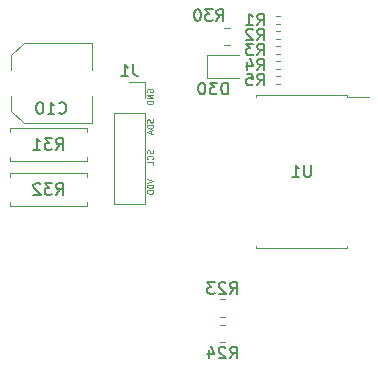
<source format=gbr>
%TF.GenerationSoftware,KiCad,Pcbnew,6.0.1*%
%TF.CreationDate,2022-02-27T14:03:47-05:00*%
%TF.ProjectId,jetta-dash,6a657474-612d-4646-9173-682e6b696361,rev?*%
%TF.SameCoordinates,Original*%
%TF.FileFunction,Legend,Bot*%
%TF.FilePolarity,Positive*%
%FSLAX46Y46*%
G04 Gerber Fmt 4.6, Leading zero omitted, Abs format (unit mm)*
G04 Created by KiCad (PCBNEW 6.0.1) date 2022-02-27 14:03:47*
%MOMM*%
%LPD*%
G01*
G04 APERTURE LIST*
%ADD10C,0.125000*%
%ADD11C,0.150000*%
%ADD12C,0.120000*%
G04 APERTURE END LIST*
D10*
X152658000Y-105039047D02*
X152634190Y-104991428D01*
X152634190Y-104920000D01*
X152658000Y-104848571D01*
X152705619Y-104800952D01*
X152753238Y-104777142D01*
X152848476Y-104753333D01*
X152919904Y-104753333D01*
X153015142Y-104777142D01*
X153062761Y-104800952D01*
X153110380Y-104848571D01*
X153134190Y-104920000D01*
X153134190Y-104967619D01*
X153110380Y-105039047D01*
X153086571Y-105062857D01*
X152919904Y-105062857D01*
X152919904Y-104967619D01*
X153134190Y-105277142D02*
X152634190Y-105277142D01*
X153134190Y-105562857D01*
X152634190Y-105562857D01*
X153134190Y-105800952D02*
X152634190Y-105800952D01*
X152634190Y-105920000D01*
X152658000Y-105991428D01*
X152705619Y-106039047D01*
X152753238Y-106062857D01*
X152848476Y-106086666D01*
X152919904Y-106086666D01*
X153015142Y-106062857D01*
X153062761Y-106039047D01*
X153110380Y-105991428D01*
X153134190Y-105920000D01*
X153134190Y-105800952D01*
X153110380Y-109934761D02*
X153134190Y-110006190D01*
X153134190Y-110125238D01*
X153110380Y-110172857D01*
X153086571Y-110196666D01*
X153038952Y-110220476D01*
X152991333Y-110220476D01*
X152943714Y-110196666D01*
X152919904Y-110172857D01*
X152896095Y-110125238D01*
X152872285Y-110030000D01*
X152848476Y-109982380D01*
X152824666Y-109958571D01*
X152777047Y-109934761D01*
X152729428Y-109934761D01*
X152681809Y-109958571D01*
X152658000Y-109982380D01*
X152634190Y-110030000D01*
X152634190Y-110149047D01*
X152658000Y-110220476D01*
X153086571Y-110720476D02*
X153110380Y-110696666D01*
X153134190Y-110625238D01*
X153134190Y-110577619D01*
X153110380Y-110506190D01*
X153062761Y-110458571D01*
X153015142Y-110434761D01*
X152919904Y-110410952D01*
X152848476Y-110410952D01*
X152753238Y-110434761D01*
X152705619Y-110458571D01*
X152658000Y-110506190D01*
X152634190Y-110577619D01*
X152634190Y-110625238D01*
X152658000Y-110696666D01*
X152681809Y-110720476D01*
X153134190Y-111172857D02*
X153134190Y-110934761D01*
X152634190Y-110934761D01*
X153110380Y-107342857D02*
X153134190Y-107414285D01*
X153134190Y-107533333D01*
X153110380Y-107580952D01*
X153086571Y-107604761D01*
X153038952Y-107628571D01*
X152991333Y-107628571D01*
X152943714Y-107604761D01*
X152919904Y-107580952D01*
X152896095Y-107533333D01*
X152872285Y-107438095D01*
X152848476Y-107390476D01*
X152824666Y-107366666D01*
X152777047Y-107342857D01*
X152729428Y-107342857D01*
X152681809Y-107366666D01*
X152658000Y-107390476D01*
X152634190Y-107438095D01*
X152634190Y-107557142D01*
X152658000Y-107628571D01*
X153134190Y-107842857D02*
X152634190Y-107842857D01*
X152634190Y-107961904D01*
X152658000Y-108033333D01*
X152705619Y-108080952D01*
X152753238Y-108104761D01*
X152848476Y-108128571D01*
X152919904Y-108128571D01*
X153015142Y-108104761D01*
X153062761Y-108080952D01*
X153110380Y-108033333D01*
X153134190Y-107961904D01*
X153134190Y-107842857D01*
X152991333Y-108319047D02*
X152991333Y-108557142D01*
X153134190Y-108271428D02*
X152634190Y-108438095D01*
X153134190Y-108604761D01*
X152634190Y-112363333D02*
X153134190Y-112530000D01*
X152634190Y-112696666D01*
X153134190Y-112863333D02*
X152634190Y-112863333D01*
X152634190Y-112982380D01*
X152658000Y-113053809D01*
X152705619Y-113101428D01*
X152753238Y-113125238D01*
X152848476Y-113149047D01*
X152919904Y-113149047D01*
X153015142Y-113125238D01*
X153062761Y-113101428D01*
X153110380Y-113053809D01*
X153134190Y-112982380D01*
X153134190Y-112863333D01*
X153134190Y-113363333D02*
X152634190Y-113363333D01*
X152634190Y-113482380D01*
X152658000Y-113553809D01*
X152705619Y-113601428D01*
X152753238Y-113625238D01*
X152848476Y-113649047D01*
X152919904Y-113649047D01*
X153015142Y-113625238D01*
X153062761Y-113601428D01*
X153110380Y-113553809D01*
X153134190Y-113482380D01*
X153134190Y-113363333D01*
D11*
%TO.C,R30*%
X158503857Y-99004380D02*
X158837190Y-98528190D01*
X159075285Y-99004380D02*
X159075285Y-98004380D01*
X158694333Y-98004380D01*
X158599095Y-98052000D01*
X158551476Y-98099619D01*
X158503857Y-98194857D01*
X158503857Y-98337714D01*
X158551476Y-98432952D01*
X158599095Y-98480571D01*
X158694333Y-98528190D01*
X159075285Y-98528190D01*
X158170523Y-98004380D02*
X157551476Y-98004380D01*
X157884809Y-98385333D01*
X157741952Y-98385333D01*
X157646714Y-98432952D01*
X157599095Y-98480571D01*
X157551476Y-98575809D01*
X157551476Y-98813904D01*
X157599095Y-98909142D01*
X157646714Y-98956761D01*
X157741952Y-99004380D01*
X158027666Y-99004380D01*
X158122904Y-98956761D01*
X158170523Y-98909142D01*
X156932428Y-98004380D02*
X156837190Y-98004380D01*
X156741952Y-98052000D01*
X156694333Y-98099619D01*
X156646714Y-98194857D01*
X156599095Y-98385333D01*
X156599095Y-98623428D01*
X156646714Y-98813904D01*
X156694333Y-98909142D01*
X156741952Y-98956761D01*
X156837190Y-99004380D01*
X156932428Y-99004380D01*
X157027666Y-98956761D01*
X157075285Y-98909142D01*
X157122904Y-98813904D01*
X157170523Y-98623428D01*
X157170523Y-98385333D01*
X157122904Y-98194857D01*
X157075285Y-98099619D01*
X157027666Y-98052000D01*
X156932428Y-98004380D01*
%TO.C,D30*%
X159456285Y-105227380D02*
X159456285Y-104227380D01*
X159218190Y-104227380D01*
X159075333Y-104275000D01*
X158980095Y-104370238D01*
X158932476Y-104465476D01*
X158884857Y-104655952D01*
X158884857Y-104798809D01*
X158932476Y-104989285D01*
X158980095Y-105084523D01*
X159075333Y-105179761D01*
X159218190Y-105227380D01*
X159456285Y-105227380D01*
X158551523Y-104227380D02*
X157932476Y-104227380D01*
X158265809Y-104608333D01*
X158122952Y-104608333D01*
X158027714Y-104655952D01*
X157980095Y-104703571D01*
X157932476Y-104798809D01*
X157932476Y-105036904D01*
X157980095Y-105132142D01*
X158027714Y-105179761D01*
X158122952Y-105227380D01*
X158408666Y-105227380D01*
X158503904Y-105179761D01*
X158551523Y-105132142D01*
X157313428Y-104227380D02*
X157218190Y-104227380D01*
X157122952Y-104275000D01*
X157075333Y-104322619D01*
X157027714Y-104417857D01*
X156980095Y-104608333D01*
X156980095Y-104846428D01*
X157027714Y-105036904D01*
X157075333Y-105132142D01*
X157122952Y-105179761D01*
X157218190Y-105227380D01*
X157313428Y-105227380D01*
X157408666Y-105179761D01*
X157456285Y-105132142D01*
X157503904Y-105036904D01*
X157551523Y-104846428D01*
X157551523Y-104608333D01*
X157503904Y-104417857D01*
X157456285Y-104322619D01*
X157408666Y-104275000D01*
X157313428Y-104227380D01*
%TO.C,R4*%
X161964666Y-103195380D02*
X162298000Y-102719190D01*
X162536095Y-103195380D02*
X162536095Y-102195380D01*
X162155142Y-102195380D01*
X162059904Y-102243000D01*
X162012285Y-102290619D01*
X161964666Y-102385857D01*
X161964666Y-102528714D01*
X162012285Y-102623952D01*
X162059904Y-102671571D01*
X162155142Y-102719190D01*
X162536095Y-102719190D01*
X161107523Y-102528714D02*
X161107523Y-103195380D01*
X161345619Y-102147761D02*
X161583714Y-102862047D01*
X160964666Y-102862047D01*
%TO.C,R2*%
X161964666Y-100655380D02*
X162298000Y-100179190D01*
X162536095Y-100655380D02*
X162536095Y-99655380D01*
X162155142Y-99655380D01*
X162059904Y-99703000D01*
X162012285Y-99750619D01*
X161964666Y-99845857D01*
X161964666Y-99988714D01*
X162012285Y-100083952D01*
X162059904Y-100131571D01*
X162155142Y-100179190D01*
X162536095Y-100179190D01*
X161583714Y-99750619D02*
X161536095Y-99703000D01*
X161440857Y-99655380D01*
X161202761Y-99655380D01*
X161107523Y-99703000D01*
X161059904Y-99750619D01*
X161012285Y-99845857D01*
X161012285Y-99941095D01*
X161059904Y-100083952D01*
X161631333Y-100655380D01*
X161012285Y-100655380D01*
%TO.C,R3*%
X161964666Y-101925380D02*
X162298000Y-101449190D01*
X162536095Y-101925380D02*
X162536095Y-100925380D01*
X162155142Y-100925380D01*
X162059904Y-100973000D01*
X162012285Y-101020619D01*
X161964666Y-101115857D01*
X161964666Y-101258714D01*
X162012285Y-101353952D01*
X162059904Y-101401571D01*
X162155142Y-101449190D01*
X162536095Y-101449190D01*
X161631333Y-100925380D02*
X161012285Y-100925380D01*
X161345619Y-101306333D01*
X161202761Y-101306333D01*
X161107523Y-101353952D01*
X161059904Y-101401571D01*
X161012285Y-101496809D01*
X161012285Y-101734904D01*
X161059904Y-101830142D01*
X161107523Y-101877761D01*
X161202761Y-101925380D01*
X161488476Y-101925380D01*
X161583714Y-101877761D01*
X161631333Y-101830142D01*
%TO.C,R1*%
X161964666Y-99385380D02*
X162298000Y-98909190D01*
X162536095Y-99385380D02*
X162536095Y-98385380D01*
X162155142Y-98385380D01*
X162059904Y-98433000D01*
X162012285Y-98480619D01*
X161964666Y-98575857D01*
X161964666Y-98718714D01*
X162012285Y-98813952D01*
X162059904Y-98861571D01*
X162155142Y-98909190D01*
X162536095Y-98909190D01*
X161012285Y-99385380D02*
X161583714Y-99385380D01*
X161298000Y-99385380D02*
X161298000Y-98385380D01*
X161393238Y-98528238D01*
X161488476Y-98623476D01*
X161583714Y-98671095D01*
%TO.C,R5*%
X161964666Y-104465380D02*
X162298000Y-103989190D01*
X162536095Y-104465380D02*
X162536095Y-103465380D01*
X162155142Y-103465380D01*
X162059904Y-103513000D01*
X162012285Y-103560619D01*
X161964666Y-103655857D01*
X161964666Y-103798714D01*
X162012285Y-103893952D01*
X162059904Y-103941571D01*
X162155142Y-103989190D01*
X162536095Y-103989190D01*
X161059904Y-103465380D02*
X161536095Y-103465380D01*
X161583714Y-103941571D01*
X161536095Y-103893952D01*
X161440857Y-103846333D01*
X161202761Y-103846333D01*
X161107523Y-103893952D01*
X161059904Y-103941571D01*
X161012285Y-104036809D01*
X161012285Y-104274904D01*
X161059904Y-104370142D01*
X161107523Y-104417761D01*
X161202761Y-104465380D01*
X161440857Y-104465380D01*
X161536095Y-104417761D01*
X161583714Y-104370142D01*
%TO.C,U1*%
X166496904Y-111212380D02*
X166496904Y-112021904D01*
X166449285Y-112117142D01*
X166401666Y-112164761D01*
X166306428Y-112212380D01*
X166115952Y-112212380D01*
X166020714Y-112164761D01*
X165973095Y-112117142D01*
X165925476Y-112021904D01*
X165925476Y-111212380D01*
X164925476Y-112212380D02*
X165496904Y-112212380D01*
X165211190Y-112212380D02*
X165211190Y-111212380D01*
X165306428Y-111355238D01*
X165401666Y-111450476D01*
X165496904Y-111498095D01*
%TO.C,J1*%
X151463333Y-102669380D02*
X151463333Y-103383666D01*
X151510952Y-103526523D01*
X151606190Y-103621761D01*
X151749047Y-103669380D01*
X151844285Y-103669380D01*
X150463333Y-103669380D02*
X151034761Y-103669380D01*
X150749047Y-103669380D02*
X150749047Y-102669380D01*
X150844285Y-102812238D01*
X150939523Y-102907476D01*
X151034761Y-102955095D01*
%TO.C,R31*%
X144914857Y-109926380D02*
X145248190Y-109450190D01*
X145486285Y-109926380D02*
X145486285Y-108926380D01*
X145105333Y-108926380D01*
X145010095Y-108974000D01*
X144962476Y-109021619D01*
X144914857Y-109116857D01*
X144914857Y-109259714D01*
X144962476Y-109354952D01*
X145010095Y-109402571D01*
X145105333Y-109450190D01*
X145486285Y-109450190D01*
X144581523Y-108926380D02*
X143962476Y-108926380D01*
X144295809Y-109307333D01*
X144152952Y-109307333D01*
X144057714Y-109354952D01*
X144010095Y-109402571D01*
X143962476Y-109497809D01*
X143962476Y-109735904D01*
X144010095Y-109831142D01*
X144057714Y-109878761D01*
X144152952Y-109926380D01*
X144438666Y-109926380D01*
X144533904Y-109878761D01*
X144581523Y-109831142D01*
X143010095Y-109926380D02*
X143581523Y-109926380D01*
X143295809Y-109926380D02*
X143295809Y-108926380D01*
X143391047Y-109069238D01*
X143486285Y-109164476D01*
X143581523Y-109212095D01*
%TO.C,R32*%
X144914857Y-113736380D02*
X145248190Y-113260190D01*
X145486285Y-113736380D02*
X145486285Y-112736380D01*
X145105333Y-112736380D01*
X145010095Y-112784000D01*
X144962476Y-112831619D01*
X144914857Y-112926857D01*
X144914857Y-113069714D01*
X144962476Y-113164952D01*
X145010095Y-113212571D01*
X145105333Y-113260190D01*
X145486285Y-113260190D01*
X144581523Y-112736380D02*
X143962476Y-112736380D01*
X144295809Y-113117333D01*
X144152952Y-113117333D01*
X144057714Y-113164952D01*
X144010095Y-113212571D01*
X143962476Y-113307809D01*
X143962476Y-113545904D01*
X144010095Y-113641142D01*
X144057714Y-113688761D01*
X144152952Y-113736380D01*
X144438666Y-113736380D01*
X144533904Y-113688761D01*
X144581523Y-113641142D01*
X143581523Y-112831619D02*
X143533904Y-112784000D01*
X143438666Y-112736380D01*
X143200571Y-112736380D01*
X143105333Y-112784000D01*
X143057714Y-112831619D01*
X143010095Y-112926857D01*
X143010095Y-113022095D01*
X143057714Y-113164952D01*
X143629142Y-113736380D01*
X143010095Y-113736380D01*
%TO.C,R23*%
X159646857Y-122118380D02*
X159980190Y-121642190D01*
X160218285Y-122118380D02*
X160218285Y-121118380D01*
X159837333Y-121118380D01*
X159742095Y-121166000D01*
X159694476Y-121213619D01*
X159646857Y-121308857D01*
X159646857Y-121451714D01*
X159694476Y-121546952D01*
X159742095Y-121594571D01*
X159837333Y-121642190D01*
X160218285Y-121642190D01*
X159265904Y-121213619D02*
X159218285Y-121166000D01*
X159123047Y-121118380D01*
X158884952Y-121118380D01*
X158789714Y-121166000D01*
X158742095Y-121213619D01*
X158694476Y-121308857D01*
X158694476Y-121404095D01*
X158742095Y-121546952D01*
X159313523Y-122118380D01*
X158694476Y-122118380D01*
X158361142Y-121118380D02*
X157742095Y-121118380D01*
X158075428Y-121499333D01*
X157932571Y-121499333D01*
X157837333Y-121546952D01*
X157789714Y-121594571D01*
X157742095Y-121689809D01*
X157742095Y-121927904D01*
X157789714Y-122023142D01*
X157837333Y-122070761D01*
X157932571Y-122118380D01*
X158218285Y-122118380D01*
X158313523Y-122070761D01*
X158361142Y-122023142D01*
%TO.C,R24*%
X159646857Y-127578380D02*
X159980190Y-127102190D01*
X160218285Y-127578380D02*
X160218285Y-126578380D01*
X159837333Y-126578380D01*
X159742095Y-126626000D01*
X159694476Y-126673619D01*
X159646857Y-126768857D01*
X159646857Y-126911714D01*
X159694476Y-127006952D01*
X159742095Y-127054571D01*
X159837333Y-127102190D01*
X160218285Y-127102190D01*
X159265904Y-126673619D02*
X159218285Y-126626000D01*
X159123047Y-126578380D01*
X158884952Y-126578380D01*
X158789714Y-126626000D01*
X158742095Y-126673619D01*
X158694476Y-126768857D01*
X158694476Y-126864095D01*
X158742095Y-127006952D01*
X159313523Y-127578380D01*
X158694476Y-127578380D01*
X157837333Y-126911714D02*
X157837333Y-127578380D01*
X158075428Y-126530761D02*
X158313523Y-127245047D01*
X157694476Y-127245047D01*
%TO.C,C10*%
X145168857Y-106783142D02*
X145216476Y-106830761D01*
X145359333Y-106878380D01*
X145454571Y-106878380D01*
X145597428Y-106830761D01*
X145692666Y-106735523D01*
X145740285Y-106640285D01*
X145787904Y-106449809D01*
X145787904Y-106306952D01*
X145740285Y-106116476D01*
X145692666Y-106021238D01*
X145597428Y-105926000D01*
X145454571Y-105878380D01*
X145359333Y-105878380D01*
X145216476Y-105926000D01*
X145168857Y-105973619D01*
X144216476Y-106878380D02*
X144787904Y-106878380D01*
X144502190Y-106878380D02*
X144502190Y-105878380D01*
X144597428Y-106021238D01*
X144692666Y-106116476D01*
X144787904Y-106164095D01*
X143597428Y-105878380D02*
X143502190Y-105878380D01*
X143406952Y-105926000D01*
X143359333Y-105973619D01*
X143311714Y-106068857D01*
X143264095Y-106259333D01*
X143264095Y-106497428D01*
X143311714Y-106687904D01*
X143359333Y-106783142D01*
X143406952Y-106830761D01*
X143502190Y-106878380D01*
X143597428Y-106878380D01*
X143692666Y-106830761D01*
X143740285Y-106783142D01*
X143787904Y-106687904D01*
X143835523Y-106497428D01*
X143835523Y-106259333D01*
X143787904Y-106068857D01*
X143740285Y-105973619D01*
X143692666Y-105926000D01*
X143597428Y-105878380D01*
D12*
%TO.C,R30*%
X159157936Y-101065000D02*
X159612064Y-101065000D01*
X159157936Y-99595000D02*
X159612064Y-99595000D01*
%TO.C,D30*%
X157700000Y-101910000D02*
X160385000Y-101910000D01*
X157700000Y-103830000D02*
X157700000Y-101910000D01*
X160385000Y-103830000D02*
X157700000Y-103830000D01*
%TO.C,R4*%
X163549359Y-103123000D02*
X163856641Y-103123000D01*
X163549359Y-102363000D02*
X163856641Y-102363000D01*
%TO.C,R2*%
X163549359Y-99823000D02*
X163856641Y-99823000D01*
X163549359Y-100583000D02*
X163856641Y-100583000D01*
%TO.C,R3*%
X163549359Y-101093000D02*
X163856641Y-101093000D01*
X163549359Y-101853000D02*
X163856641Y-101853000D01*
%TO.C,R1*%
X163549359Y-98553000D02*
X163856641Y-98553000D01*
X163549359Y-99313000D02*
X163856641Y-99313000D01*
%TO.C,R5*%
X163549359Y-104393000D02*
X163856641Y-104393000D01*
X163549359Y-103633000D02*
X163856641Y-103633000D01*
%TO.C,U1*%
X165735000Y-105250000D02*
X161875000Y-105250000D01*
X165735000Y-118270000D02*
X161875000Y-118270000D01*
X169595000Y-105250000D02*
X169595000Y-105485000D01*
X169595000Y-118270000D02*
X169595000Y-118035000D01*
X161875000Y-105250000D02*
X161875000Y-105485000D01*
X165735000Y-105250000D02*
X169595000Y-105250000D01*
X165735000Y-118270000D02*
X169595000Y-118270000D01*
X169595000Y-105485000D02*
X171410000Y-105485000D01*
X161875000Y-118270000D02*
X161875000Y-118035000D01*
%TO.C,J1*%
X152460000Y-114497000D02*
X149800000Y-114497000D01*
X152460000Y-104217000D02*
X151130000Y-104217000D01*
X152460000Y-106817000D02*
X152460000Y-114497000D01*
X152460000Y-105547000D02*
X152460000Y-104217000D01*
X149800000Y-106817000D02*
X149800000Y-114497000D01*
X152460000Y-106817000D02*
X149800000Y-106817000D01*
%TO.C,R31*%
X147542000Y-110844000D02*
X147542000Y-110514000D01*
X141002000Y-108104000D02*
X147542000Y-108104000D01*
X141002000Y-110844000D02*
X147542000Y-110844000D01*
X141002000Y-110514000D02*
X141002000Y-110844000D01*
X141002000Y-108434000D02*
X141002000Y-108104000D01*
X147542000Y-108104000D02*
X147542000Y-108434000D01*
%TO.C,R32*%
X147542000Y-111914000D02*
X147542000Y-112244000D01*
X141002000Y-112244000D02*
X141002000Y-111914000D01*
X141002000Y-111914000D02*
X147542000Y-111914000D01*
X141002000Y-114654000D02*
X147542000Y-114654000D01*
X147542000Y-114654000D02*
X147542000Y-114324000D01*
X141002000Y-114324000D02*
X141002000Y-114654000D01*
%TO.C,R23*%
X158776936Y-122582000D02*
X159231064Y-122582000D01*
X158776936Y-124052000D02*
X159231064Y-124052000D01*
%TO.C,R24*%
X158776936Y-126211000D02*
X159231064Y-126211000D01*
X158776936Y-124741000D02*
X159231064Y-124741000D01*
%TO.C,C10*%
X141116000Y-106612563D02*
X141116000Y-105327000D01*
X141116000Y-101921437D02*
X141116000Y-103207000D01*
X142180437Y-107677000D02*
X147936000Y-107677000D01*
X142180437Y-100857000D02*
X147936000Y-100857000D01*
X147936000Y-107677000D02*
X147936000Y-105327000D01*
X147936000Y-100857000D02*
X147936000Y-103207000D01*
X141116000Y-106612563D02*
X142180437Y-107677000D01*
X141116000Y-101921437D02*
X142180437Y-100857000D01*
%TD*%
M02*

</source>
